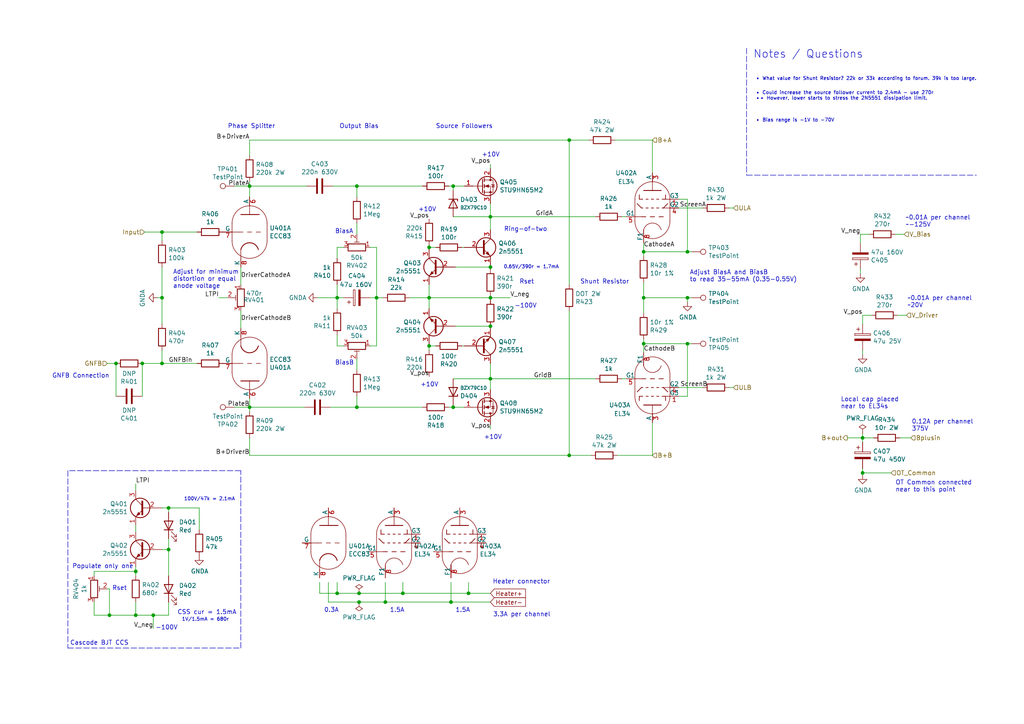
<source format=kicad_sch>
(kicad_sch (version 20211123) (generator eeschema)
  (paper "A4")
  (title_block (title "Baby Huey - \"Engineer's Version\" - Channel"))
  (lib_symbols
    (symbol "BabyHuey_TC:EL34" (pin_names (offset 0))
      (property "Reference" "U" (at 5.08 8.89 0))
      (property "Value" "EL34" (at 6.35 -7.62 0))
      (symbol "EL34_0_1"
        (arc (start -5.08 -2.54) (mid 0 -7.62) (end 5.08 -2.54))
        (polyline (pts (xy -5.08 3.81) (xy -5.08 -2.54) (xy -5.08 -2.54)))
        (polyline (pts (xy 5.08 3.81) (xy 5.08 -2.54) (xy 5.08 -2.54)))
        (arc (start 5.08 3.81) (mid 0 8.89) (end -5.08 3.81))
      )
      (symbol "EL34_1_0"
        (polyline (pts (xy -2.54 -5.08) (xy -2.54 -7.62)))
      )
      (symbol "EL34_1_1"
        (polyline (pts (xy -5.08 -1.27) (xy -3.175 -1.27)))
        (polyline (pts (xy -4.445 2.54) (xy -3.175 1.27)) (stroke (width 0.2032)))
        (polyline (pts (xy -3.81 3.81) (xy -2.794 3.81)) (stroke (width 0.2032)))
        (polyline (pts (xy -3.81 5.08) (xy -3.81 3.81)) (stroke (width 0.2032)))
        (polyline (pts (xy -3.175 1.27) (xy -2.794 1.27)) (stroke (width 0.2032)))
        (polyline (pts (xy -1.905 -1.27) (xy -3.175 -1.27)) (stroke (width 0.2032)))
        (polyline (pts (xy -1.8542 1.27) (xy -1.2192 1.27)) (stroke (width 0.2032)))
        (polyline (pts (xy -1.8542 3.81) (xy -1.2192 3.81)) (stroke (width 0.2032)))
        (polyline (pts (xy -0.635 -1.27) (xy 0.635 -1.27)) (stroke (width 0.2032)))
        (polyline (pts (xy -0.3302 1.27) (xy 0.3302 1.27)) (stroke (width 0.2032)))
        (polyline (pts (xy -0.3302 3.81) (xy 0.3302 3.81)) (stroke (width 0.2032)))
        (polyline (pts (xy 0 6.35) (xy 0 8.89)))
        (polyline (pts (xy 1.2192 1.27) (xy 1.8542 1.27)) (stroke (width 0.2032)))
        (polyline (pts (xy 1.2192 3.81) (xy 1.8542 3.81)) (stroke (width 0.2032)))
        (polyline (pts (xy 1.905 -1.27) (xy 3.175 -1.27)) (stroke (width 0.2032)))
        (polyline (pts (xy 2.794 1.27) (xy 3.175 1.27)) (stroke (width 0.2032)))
        (polyline (pts (xy 3.175 1.27) (xy 5.08 1.27)))
        (polyline (pts (xy 3.81 3.81) (xy 2.794 3.81)) (stroke (width 0.2032)))
        (polyline (pts (xy 3.81 5.08) (xy 3.81 3.81)) (stroke (width 0.2032)))
        (polyline (pts (xy 3.8862 3.81) (xy 5.08 3.81)))
        (polyline (pts (xy 4.445 2.54) (xy 3.175 1.27)) (stroke (width 0.2032)))
        (polyline (pts (xy -2.54 6.35) (xy 2.54 6.35) (xy 2.54 6.35) (xy 2.54 6.35)) (stroke (width 0.254)))
        (arc (start 2.54 -5.08) (mid 0 -3.0968) (end -2.54 -5.08))
        (pin input line (at 7.62 3.81 180) (length 2.54) (name "G3") (number "1"))
        (pin output line (at 0 11.43 270) (length 2.54) (name "A") (number "3"))
        (pin input line (at 7.62 1.27 180) (length 2.54) (name "G2") (number "4"))
        (pin input line (at -7.62 -1.27 0) (length 2.54) (name "G1") (number "5"))
        (pin no_connect line (at 7.62 -3.81 180) (length 2.54) hide (name "NC") (number "6"))
        (pin power_in line (at -2.54 -8.89 90) (length 3.81) (name "F1") (number "8"))
      )
      (symbol "EL34_2_1"
        (polyline (pts (xy -2.54 -6.35) (xy -2.54 -5.08) (xy -2.54 -5.08)))
        (polyline (pts (xy 2.54 -6.35) (xy 2.54 -5.08) (xy 2.54 -5.08)))
        (arc (start 2.54 -5.08) (mid 0 -4.0279) (end -2.54 -5.08))
        (pin power_in line (at -2.54 -10.16 90) (length 3.81) (name "F1") (number "2"))
        (pin power_in line (at 2.54 -10.16 90) (length 3.81) (name "F2") (number "7"))
      )
    )
    (symbol "Connector:TestPoint" (pin_numbers hide) (pin_names (offset 0.762) hide)
      (property "Reference" "TP" (at 0 6.858 0))
      (property "Value" "TestPoint" (at 0 5.08 0))
      (symbol "TestPoint_0_1"
        (circle (center 0 3.302) (radius 0.762))
      )
      (symbol "TestPoint_1_1"
        (pin passive line (at 0 0 90) (length 2.54) (name "1") (number "1"))
      )
    )
    (symbol "Device:C" (pin_numbers hide) (pin_names (offset 0.254))
      (property "Reference" "C" (at 0.635 2.54 0))
      (property "Value" "C" (at 0.635 -2.54 0))
      (symbol "C_0_1"
        (polyline (pts (xy -2.032 -0.762) (xy 2.032 -0.762)) (stroke (width 0.508)))
        (polyline (pts (xy -2.032 0.762) (xy 2.032 0.762)) (stroke (width 0.508)))
      )
      (symbol "C_1_1"
        (pin passive line (at 0 3.81 270) (length 2.794) (name "~") (number "1"))
        (pin passive line (at 0 -3.81 90) (length 2.794) (name "~") (number "2"))
      )
    )
    (symbol "Device:C_Polarized" (pin_numbers hide) (pin_names (offset 0.254))
      (property "Reference" "C" (at 0.635 2.54 0))
      (property "Value" "C_Polarized" (at 0.635 -2.54 0))
      (symbol "C_Polarized_0_1"
        (rectangle (start -2.286 0.508) (end 2.286 1.016))
        (polyline (pts (xy -1.778 2.286) (xy -0.762 2.286)))
        (polyline (pts (xy -1.27 2.794) (xy -1.27 1.778)))
        (rectangle (start 2.286 -0.508) (end -2.286 -1.016) (fill (type outline)))
      )
      (symbol "C_Polarized_1_1"
        (pin passive line (at 0 3.81 270) (length 2.794) (name "~") (number "1"))
        (pin passive line (at 0 -3.81 90) (length 2.794) (name "~") (number "2"))
      )
    )
    (symbol "Device:D_Zener" (pin_numbers hide) (pin_names (offset 1.016) hide)
      (property "Reference" "D" (at 0 2.54 0))
      (property "Value" "D_Zener" (at 0 -2.54 0))
      (symbol "D_Zener_0_1"
        (polyline (pts (xy 1.27 0) (xy -1.27 0)))
        (polyline (pts (xy -1.27 -1.27) (xy -1.27 1.27) (xy -0.762 1.27)) (stroke (width 0.254)))
        (polyline (pts (xy 1.27 -1.27) (xy 1.27 1.27) (xy -1.27 0) (xy 1.27 -1.27)) (stroke (width 0.254)))
      )
      (symbol "D_Zener_1_1"
        (pin passive line (at -3.81 0 0) (length 2.54) (name "K") (number "1"))
        (pin passive line (at 3.81 0 180) (length 2.54) (name "A") (number "2"))
      )
    )
    (symbol "Device:LED" (pin_numbers hide) (pin_names (offset 1.016) hide)
      (property "Reference" "D" (at 0 2.54 0))
      (property "Value" "LED" (at 0 -2.54 0))
      (symbol "LED_0_1"
        (polyline (pts (xy -1.27 -1.27) (xy -1.27 1.27)) (stroke (width 0.254)))
        (polyline (pts (xy -1.27 0) (xy 1.27 0)))
        (polyline (pts (xy 1.27 -1.27) (xy 1.27 1.27) (xy -1.27 0) (xy 1.27 -1.27)) (stroke (width 0.254)))
        (polyline (pts (xy -3.048 -0.762) (xy -4.572 -2.286) (xy -3.81 -2.286) (xy -4.572 -2.286) (xy -4.572 -1.524)))
        (polyline (pts (xy -1.778 -0.762) (xy -3.302 -2.286) (xy -2.54 -2.286) (xy -3.302 -2.286) (xy -3.302 -1.524)))
      )
      (symbol "LED_1_1"
        (pin passive line (at -3.81 0 0) (length 2.54) (name "K") (number "1"))
        (pin passive line (at 3.81 0 180) (length 2.54) (name "A") (number "2"))
      )
    )
    (symbol "Device:Q_NMOS_GDS" (pin_names (offset 0) hide)
      (property "Reference" "Q" (at 5.08 1.27 0))
      (property "Value" "Q_NMOS_GDS" (at 5.08 -1.27 0))
      (symbol "Q_NMOS_GDS_0_1"
        (polyline (pts (xy 0.254 0) (xy -2.54 0)))
        (polyline (pts (xy 0.254 1.905) (xy 0.254 -1.905)) (stroke (width 0.254)))
        (polyline (pts (xy 0.762 -1.27) (xy 0.762 -2.286)) (stroke (width 0.254)))
        (polyline (pts (xy 0.762 0.508) (xy 0.762 -0.508)) (stroke (width 0.254)))
        (polyline (pts (xy 0.762 2.286) (xy 0.762 1.27)) (stroke (width 0.254)))
        (polyline (pts (xy 2.54 2.54) (xy 2.54 1.778)))
        (polyline (pts (xy 2.54 -2.54) (xy 2.54 0) (xy 0.762 0)))
        (polyline (pts (xy 0.762 -1.778) (xy 3.302 -1.778) (xy 3.302 1.778) (xy 0.762 1.778)))
        (polyline (pts (xy 1.016 0) (xy 2.032 0.381) (xy 2.032 -0.381) (xy 1.016 0)) (fill (type outline)))
        (polyline (pts (xy 2.794 0.508) (xy 2.921 0.381) (xy 3.683 0.381) (xy 3.81 0.254)))
        (polyline (pts (xy 3.302 0.381) (xy 2.921 -0.254) (xy 3.683 -0.254) (xy 3.302 0.381)))
        (circle (center 1.651 0) (radius 2.794) (stroke (width 0.254)))
        (circle (center 2.54 -1.778) (radius 0.254) (fill (type outline)))
        (circle (center 2.54 1.778) (radius 0.254) (fill (type outline)))
      )
      (symbol "Q_NMOS_GDS_1_1"
        (pin input line (at -5.08 0 0) (length 2.54) (name "G") (number "1"))
        (pin passive line (at 2.54 5.08 270) (length 2.54) (name "D") (number "2"))
        (pin passive line (at 2.54 -5.08 90) (length 2.54) (name "S") (number "3"))
      )
    )
    (symbol "Device:Q_NPN_EBC" (pin_names (offset 0) hide)
      (property "Reference" "Q" (at 5.08 1.27 0))
      (property "Value" "Q_NPN_EBC" (at 5.08 -1.27 0))
      (symbol "Q_NPN_EBC_0_1"
        (polyline (pts (xy 0.635 0.635) (xy 2.54 2.54)))
        (polyline (pts (xy 0.635 -0.635) (xy 2.54 -2.54) (xy 2.54 -2.54)))
        (polyline (pts (xy 0.635 1.905) (xy 0.635 -1.905) (xy 0.635 -1.905)) (stroke (width 0.508)))
        (polyline (pts (xy 1.27 -1.778) (xy 1.778 -1.27) (xy 2.286 -2.286) (xy 1.27 -1.778) (xy 1.27 -1.778)) (fill (type outline)))
        (circle (center 1.27 0) (radius 2.8194) (stroke (width 0.254)))
      )
      (symbol "Q_NPN_EBC_1_1"
        (pin passive line (at 2.54 -5.08 90) (length 2.54) (name "E") (number "1"))
        (pin passive line (at -5.08 0 0) (length 5.715) (name "B") (number "2"))
        (pin passive line (at 2.54 5.08 270) (length 2.54) (name "C") (number "3"))
      )
    )
    (symbol "Device:R" (pin_numbers hide) (pin_names (offset 0))
      (property "Reference" "R" (at 2.032 0 90))
      (property "Value" "R" (at 0 0 90))
      (symbol "R_0_1"
        (rectangle (start -1.016 -2.54) (end 1.016 2.54) (stroke (width 0.254)))
      )
      (symbol "R_1_1"
        (pin passive line (at 0 3.81 270) (length 1.27) (name "~") (number "1"))
        (pin passive line (at 0 -3.81 90) (length 1.27) (name "~") (number "2"))
      )
    )
    (symbol "Device:R_Potentiometer_Trim" (pin_names (offset 1.016) hide)
      (property "Reference" "RV" (at -4.445 0 90))
      (property "Value" "R_Potentiometer_Trim" (at -2.54 0 90))
      (symbol "R_Potentiometer_Trim_0_1"
        (polyline (pts (xy 1.524 0.762) (xy 1.524 -0.762)))
        (polyline (pts (xy 2.54 0) (xy 1.524 0)))
        (rectangle (start 1.016 2.54) (end -1.016 -2.54) (stroke (width 0.254)))
      )
      (symbol "R_Potentiometer_Trim_1_1"
        (pin passive line (at 0 3.81 270) (length 1.27) (name "1") (number "1"))
        (pin passive line (at 3.81 0 180) (length 1.27) (name "2") (number "2"))
        (pin passive line (at 0 -3.81 90) (length 1.27) (name "3") (number "3"))
      )
    )
    (symbol "Valve:ECC83" (pin_names (offset 0))
      (property "Reference" "U" (at 3.302 7.874 0))
      (property "Value" "ECC83" (at 8.89 -7.62 0))
      (symbol "ECC83_0_1"
        (arc (start -5.08 -2.54) (mid 0 -7.62) (end 5.08 -2.54))
        (polyline (pts (xy 5.08 2.54) (xy 5.08 -2.54)))
        (polyline (pts (xy -5.08 2.54) (xy -5.08 -2.54) (xy -5.08 -2.54)))
        (arc (start 5.08 2.54) (mid 0 7.62) (end -5.08 2.54))
      )
      (symbol "ECC83_1_0"
        (polyline (pts (xy -2.54 -5.08) (xy -2.54 -7.62)))
        (polyline (pts (xy 0 5.08) (xy 0 7.62)))
      )
      (symbol "ECC83_1_1"
        (polyline (pts (xy -5.08 0) (xy -3.175 0)))
        (polyline (pts (xy -1.905 0) (xy -3.175 0)) (stroke (width 0.1524)))
        (polyline (pts (xy -0.635 0) (xy 0.635 0)) (stroke (width 0.1524)))
        (polyline (pts (xy 1.905 0) (xy 3.175 0)) (stroke (width 0.1524)))
        (polyline (pts (xy -2.54 5.08) (xy 2.794 5.08) (xy 2.794 5.08)) (stroke (width 0.254)))
        (arc (start 2.54 -5.08) (mid 0 -3.0968) (end -2.54 -5.08) (stroke (width 0.254)))
        (pin output line (at 0 10.16 270) (length 2.54) (name "A") (number "6"))
        (pin input line (at -7.62 0 0) (length 2.54) (name "G") (number "7"))
        (pin bidirectional line (at -2.54 -10.16 90) (length 2.54) (name "K") (number "8"))
      )
      (symbol "ECC83_2_0"
        (polyline (pts (xy -2.54 -5.08) (xy -2.54 -7.62)))
        (polyline (pts (xy 0 5.08) (xy 0 7.62)))
      )
      (symbol "ECC83_2_1"
        (polyline (pts (xy -5.08 0) (xy -3.175 0)))
        (polyline (pts (xy -1.905 0) (xy -3.175 0)) (stroke (width 0.1524)))
        (polyline (pts (xy -0.635 0) (xy 0.635 0)) (stroke (width 0.1524)))
        (polyline (pts (xy 1.905 0) (xy 3.175 0)) (stroke (width 0.1524)))
        (polyline (pts (xy -2.54 5.08) (xy 2.794 5.08) (xy 2.794 5.08)) (stroke (width 0.254)))
        (arc (start 2.54 -5.08) (mid 0 -3.0968) (end -2.54 -5.08) (stroke (width 0.254)))
        (pin output line (at 0 10.16 270) (length 2.54) (name "A") (number "1"))
        (pin input line (at -7.62 0 0) (length 2.54) (name "G") (number "2"))
        (pin bidirectional line (at -2.54 -10.16 90) (length 2.54) (name "K") (number "3"))
      )
      (symbol "ECC83_3_1"
        (arc (start 0 -6.35) (mid -1.27 -5.5651) (end -2.54 -6.35))
        (arc (start 2.54 -6.35) (mid 1.27 -5.5651) (end 0 -6.35))
        (pin power_in line (at -2.54 -11.43 90) (length 5.08) (name "F1") (number "4"))
        (pin power_in line (at 2.54 -11.43 90) (length 5.08) (name "F1") (number "5"))
        (pin power_in line (at 0 -11.43 90) (length 5.08) (name "F2") (number "9"))
      )
    )
    (symbol "power:GNDA" (power) (pin_names (offset 0))
      (property "Value" "GNDA" (at 0 -3.81 0))
      (symbol "GNDA_0_1"
        (polyline (pts (xy 0 0) (xy 0 -1.27) (xy 1.27 -1.27) (xy 0 -2.54) (xy -1.27 -1.27) (xy 0 -1.27)))
      )
      (symbol "GNDA_1_1"
        (pin power_in line (at 0 0 270) (length 0) hide (name "GNDA") (number "1"))
      )
    )
    (symbol "power:PWR_FLAG" (power) (pin_numbers hide) (pin_names (offset 0) hide)
      (property "Value" "PWR_FLAG" (at 0 3.81 0))
      (symbol "PWR_FLAG_0_0"
        (pin power_out line (at 0 0 90) (length 0) (name "pwr") (number "1"))
      )
      (symbol "PWR_FLAG_0_1"
        (polyline (pts (xy 0 0) (xy 0 1.27) (xy -1.016 1.905) (xy 0 2.54) (xy 1.016 1.905) (xy 0 1.27)))
      )
    )
  )
  (junction (at 199.39 99.695))
  (junction (at 124.46 100.33))
  (junction (at 165.1 132.08))
  (junction (at 250.19 127))
  (junction (at 31.75 178.435))
  (junction (at 250.19 137.16))
  (junction (at 142.24 109.855))
  (junction (at 41.275 105.41))
  (junction (at 165.1 40.64))
  (junction (at 199.39 86.36))
  (junction (at 104.14 172.085))
  (junction (at 131.445 53.975))
  (junction (at 48.895 159.385))
  (junction (at 103.505 53.975))
  (junction (at 46.99 67.31))
  (junction (at 103.505 118.11))
  (junction (at 39.37 165.735))
  (junction (at 111.76 174.625))
  (junction (at 33.655 105.41))
  (junction (at 44.45 178.435))
  (junction (at 46.99 105.41))
  (junction (at 109.22 86.36))
  (junction (at 116.84 172.085))
  (junction (at 199.39 73.025))
  (junction (at 135.89 172.085))
  (junction (at 72.39 118.11))
  (junction (at 104.14 174.625))
  (junction (at 142.24 86.36))
  (junction (at 124.46 71.755))
  (junction (at 186.69 99.695))
  (junction (at 97.79 86.36))
  (junction (at 124.46 86.36))
  (junction (at 142.24 94.615))
  (junction (at 186.69 86.36))
  (junction (at 97.79 172.085))
  (junction (at 142.24 77.47))
  (junction (at 72.39 53.975))
  (junction (at 130.81 174.625))
  (junction (at 39.37 178.435))
  (junction (at 131.445 118.11))
  (junction (at 48.895 147.32))
  (junction (at 46.99 86.36))
  (junction (at 186.69 73.025))
  (junction (at 142.24 62.865))
  (wire (pts (xy 212.725 60.325) (xy 211.455 60.325)))
  (wire (pts (xy 103.505 114.935) (xy 103.505 118.11)))
  (wire (pts (xy 131.445 53.975) (xy 131.445 55.245)))
  (wire (pts (xy 130.175 53.975) (xy 131.445 53.975)))
  (wire (pts (xy 109.22 71.755) (xy 109.22 86.36)))
  (wire (pts (xy 72.39 57.15) (xy 72.39 53.975)))
  (wire (pts (xy 46.99 86.36) (xy 46.99 93.98)))
  (wire (pts (xy 250.19 128.27) (xy 250.19 127)))
  (wire (pts (xy 186.69 81.915) (xy 186.69 86.36)))
  (wire (pts (xy 200.66 86.36) (xy 199.39 86.36)))
  (wire (pts (xy 132.08 77.47) (xy 142.24 77.47)))
  (wire (pts (xy 124.46 100.33) (xy 124.46 99.695)))
  (wire (pts (xy 165.1 82.55) (xy 165.1 40.64)))
  (wire (pts (xy 111.76 174.625) (xy 111.76 168.91)))
  (wire (pts (xy 142.24 174.625) (xy 130.81 174.625)))
  (wire (pts (xy 200.66 99.695) (xy 199.39 99.695)))
  (wire (pts (xy 249.555 70.485) (xy 249.555 67.945)))
  (wire (pts (xy 109.22 86.36) (xy 109.22 100.33)))
  (wire (pts (xy 39.37 165.735) (xy 39.37 167.005)))
  (wire (pts (xy 97.79 172.085) (xy 97.79 168.91)))
  (wire (pts (xy 72.39 119.38) (xy 72.39 118.11)))
  (polyline (pts (xy 69.85 187.96) (xy 69.85 136.525)))
  (wire (pts (xy 46.99 67.31) (xy 46.99 69.85)))
  (wire (pts (xy 142.24 62.865) (xy 142.24 66.675)))
  (wire (pts (xy 122.555 53.975) (xy 103.505 53.975)))
  (wire (pts (xy 97.79 172.085) (xy 92.71 172.085)))
  (wire (pts (xy 250.19 93.98) (xy 250.19 91.44)))
  (wire (pts (xy 31.115 170.815) (xy 31.75 170.815)))
  (wire (pts (xy 249.555 79.375) (xy 249.555 78.105)))
  (wire (pts (xy 48.895 156.21) (xy 48.895 159.385)))
  (wire (pts (xy 196.85 60.325) (xy 203.835 60.325)))
  (wire (pts (xy 264.16 127) (xy 260.985 127)))
  (wire (pts (xy 142.24 95.25) (xy 142.24 94.615)))
  (wire (pts (xy 186.69 86.36) (xy 199.39 86.36)))
  (polyline (pts (xy 19.685 136.525) (xy 19.685 187.96)))
  (wire (pts (xy 103.505 57.15) (xy 103.505 53.975)))
  (wire (pts (xy 92.71 172.085) (xy 92.71 168.91)))
  (wire (pts (xy 199.39 57.785) (xy 199.39 73.025)))
  (wire (pts (xy 186.69 70.485) (xy 186.69 73.025)))
  (wire (pts (xy 72.39 132.08) (xy 72.39 127)))
  (polyline (pts (xy 216.535 13.97) (xy 216.535 50.8)))
  (wire (pts (xy 103.505 53.975) (xy 96.52 53.975)))
  (wire (pts (xy 46.99 77.47) (xy 46.99 86.36)))
  (wire (pts (xy 172.72 62.865) (xy 142.24 62.865)))
  (wire (pts (xy 72.39 118.11) (xy 67.945 118.11)))
  (wire (pts (xy 180.34 62.865) (xy 181.61 62.865)))
  (wire (pts (xy 250.19 127) (xy 245.745 127)))
  (wire (pts (xy 103.505 107.315) (xy 103.505 104.14)))
  (wire (pts (xy 124.46 86.36) (xy 142.24 86.36)))
  (wire (pts (xy 67.945 53.975) (xy 72.39 53.975)))
  (wire (pts (xy 48.895 147.32) (xy 57.785 147.32)))
  (wire (pts (xy 39.37 174.625) (xy 39.37 178.435)))
  (wire (pts (xy 131.445 118.11) (xy 134.62 118.11)))
  (wire (pts (xy 142.24 59.055) (xy 142.24 62.865)))
  (polyline (pts (xy 19.685 187.96) (xy 69.85 187.96)))
  (wire (pts (xy 130.81 174.625) (xy 111.76 174.625)))
  (wire (pts (xy 130.81 174.625) (xy 130.81 168.91)))
  (wire (pts (xy 39.37 140.335) (xy 39.37 142.24)))
  (wire (pts (xy 95.25 174.625) (xy 104.14 174.625)))
  (wire (pts (xy 124.46 71.12) (xy 124.46 71.755)))
  (wire (pts (xy 124.46 86.36) (xy 118.745 86.36)))
  (wire (pts (xy 131.445 109.855) (xy 142.24 109.855)))
  (wire (pts (xy 142.24 76.835) (xy 142.24 77.47)))
  (wire (pts (xy 126.365 71.755) (xy 124.46 71.755)))
  (wire (pts (xy 104.14 172.085) (xy 97.79 172.085)))
  (wire (pts (xy 41.275 105.41) (xy 46.99 105.41)))
  (wire (pts (xy 31.75 170.815) (xy 31.75 178.435)))
  (wire (pts (xy 48.895 147.32) (xy 48.895 148.59)))
  (wire (pts (xy 186.69 74.295) (xy 186.69 73.025)))
  (wire (pts (xy 57.785 147.32) (xy 57.785 153.67)))
  (wire (pts (xy 66.04 86.36) (xy 63.5 86.36)))
  (wire (pts (xy 196.85 114.935) (xy 199.39 114.935)))
  (wire (pts (xy 44.45 182.245) (xy 44.45 178.435)))
  (wire (pts (xy 165.1 132.08) (xy 171.45 132.08)))
  (wire (pts (xy 142.24 47.625) (xy 142.24 48.895)))
  (wire (pts (xy 27.305 178.435) (xy 31.75 178.435)))
  (wire (pts (xy 134.62 53.975) (xy 131.445 53.975)))
  (wire (pts (xy 133.985 100.33) (xy 134.62 100.33)))
  (wire (pts (xy 250.19 127) (xy 250.19 125.73)))
  (wire (pts (xy 199.39 87.63) (xy 199.39 86.36)))
  (wire (pts (xy 260.35 91.44) (xy 262.89 91.44)))
  (wire (pts (xy 199.39 99.695) (xy 186.69 99.695)))
  (wire (pts (xy 69.85 90.17) (xy 69.85 95.25)))
  (wire (pts (xy 130.175 118.11) (xy 131.445 118.11)))
  (wire (pts (xy 165.1 132.08) (xy 72.39 132.08)))
  (wire (pts (xy 135.89 172.085) (xy 116.84 172.085)))
  (wire (pts (xy 46.99 105.41) (xy 46.99 101.6)))
  (wire (pts (xy 116.84 172.085) (xy 116.84 168.91)))
  (wire (pts (xy 116.84 172.085) (xy 104.14 172.085)))
  (wire (pts (xy 131.445 117.475) (xy 131.445 118.11)))
  (wire (pts (xy 186.69 98.425) (xy 186.69 99.695)))
  (wire (pts (xy 186.69 99.695) (xy 186.69 102.235)))
  (wire (pts (xy 45.72 86.36) (xy 46.99 86.36)))
  (wire (pts (xy 259.715 67.945) (xy 262.255 67.945)))
  (wire (pts (xy 95.885 118.11) (xy 103.505 118.11)))
  (wire (pts (xy 250.19 91.44) (xy 252.73 91.44)))
  (wire (pts (xy 142.24 86.995) (xy 142.24 86.36)))
  (wire (pts (xy 95.25 168.91) (xy 95.25 174.625)))
  (wire (pts (xy 97.79 97.155) (xy 97.79 100.33)))
  (wire (pts (xy 33.655 105.41) (xy 33.655 114.935)))
  (wire (pts (xy 39.37 152.4) (xy 39.37 154.305)))
  (wire (pts (xy 69.85 77.47) (xy 69.85 82.55)))
  (wire (pts (xy 133.985 71.755) (xy 134.62 71.755)))
  (wire (pts (xy 142.24 123.19) (xy 142.24 124.46)))
  (wire (pts (xy 97.79 82.55) (xy 97.79 86.36)))
  (wire (pts (xy 109.22 100.33) (xy 107.315 100.33)))
  (wire (pts (xy 199.39 73.025) (xy 200.66 73.025)))
  (polyline (pts (xy 216.535 50.8) (xy 283.21 50.8)))
  (wire (pts (xy 211.455 112.395) (xy 212.725 112.395)))
  (wire (pts (xy 31.75 178.435) (xy 39.37 178.435)))
  (wire (pts (xy 250.19 102.87) (xy 250.19 101.6)))
  (wire (pts (xy 27.305 174.625) (xy 27.305 178.435)))
  (wire (pts (xy 72.39 53.975) (xy 72.39 52.705)))
  (wire (pts (xy 199.39 114.935) (xy 199.39 99.695)))
  (wire (pts (xy 126.365 100.33) (xy 124.46 100.33)))
  (wire (pts (xy 46.99 105.41) (xy 57.15 105.41)))
  (wire (pts (xy 165.1 40.64) (xy 72.39 40.64)))
  (wire (pts (xy 142.24 86.36) (xy 147.955 86.36)))
  (wire (pts (xy 48.895 174.625) (xy 48.895 178.435)))
  (wire (pts (xy 99.695 71.755) (xy 97.79 71.755)))
  (wire (pts (xy 97.79 100.33) (xy 99.695 100.33)))
  (wire (pts (xy 170.815 40.64) (xy 165.1 40.64)))
  (wire (pts (xy 72.39 53.975) (xy 88.9 53.975)))
  (wire (pts (xy 99.695 86.36) (xy 97.79 86.36)))
  (wire (pts (xy 142.24 172.085) (xy 135.89 172.085)))
  (wire (pts (xy 124.46 101.6) (xy 124.46 100.33)))
  (wire (pts (xy 48.895 167.005) (xy 48.895 159.385)))
  (wire (pts (xy 131.445 62.865) (xy 142.24 62.865)))
  (wire (pts (xy 103.505 64.77) (xy 103.505 67.945)))
  (wire (pts (xy 109.22 86.36) (xy 107.315 86.36)))
  (wire (pts (xy 39.37 165.735) (xy 27.305 165.735)))
  (wire (pts (xy 39.37 164.465) (xy 39.37 165.735)))
  (wire (pts (xy 250.19 137.16) (xy 250.19 137.795)))
  (wire (pts (xy 46.99 147.32) (xy 48.895 147.32)))
  (wire (pts (xy 142.24 85.725) (xy 142.24 86.36)))
  (wire (pts (xy 142.24 113.03) (xy 142.24 109.855)))
  (wire (pts (xy 57.15 67.31) (xy 46.99 67.31)))
  (wire (pts (xy 250.19 137.16) (xy 258.445 137.16)))
  (wire (pts (xy 186.69 73.025) (xy 199.39 73.025)))
  (wire (pts (xy 48.895 159.385) (xy 46.99 159.385)))
  (wire (pts (xy 196.85 57.785) (xy 199.39 57.785)))
  (wire (pts (xy 180.34 109.855) (xy 181.61 109.855)))
  (wire (pts (xy 186.69 86.36) (xy 186.69 90.805)))
  (wire (pts (xy 103.505 118.11) (xy 122.555 118.11)))
  (wire (pts (xy 88.265 118.11) (xy 72.39 118.11)))
  (wire (pts (xy 178.435 40.64) (xy 189.23 40.64)))
  (wire (pts (xy 142.24 77.47) (xy 142.24 78.105)))
  (wire (pts (xy 72.39 40.64) (xy 72.39 45.085)))
  (wire (pts (xy 124.46 89.535) (xy 124.46 86.36)))
  (wire (pts (xy 72.39 118.11) (xy 72.39 115.57)))
  (wire (pts (xy 39.37 178.435) (xy 44.45 178.435)))
  (wire (pts (xy 97.79 86.36) (xy 92.075 86.36)))
  (polyline (pts (xy 69.85 136.525) (xy 19.685 136.525)))
  (wire (pts (xy 41.91 67.31) (xy 46.99 67.31)))
  (wire (pts (xy 142.24 105.41) (xy 142.24 109.855)))
  (wire (pts (xy 44.45 178.435) (xy 48.895 178.435)))
  (wire (pts (xy 249.555 67.945) (xy 252.095 67.945)))
  (wire (pts (xy 250.19 135.89) (xy 250.19 137.16)))
  (wire (pts (xy 165.1 90.17) (xy 165.1 132.08)))
  (wire (pts (xy 97.79 71.755) (xy 97.79 74.93)))
  (wire (pts (xy 41.275 114.935) (xy 41.275 105.41)))
  (wire (pts (xy 104.14 174.625) (xy 111.76 174.625)))
  (wire (pts (xy 97.79 86.36) (xy 97.79 89.535)))
  (wire (pts (xy 111.125 86.36) (xy 109.22 86.36)))
  (wire (pts (xy 189.23 50.165) (xy 189.23 40.64)))
  (wire (pts (xy 124.46 71.755) (xy 124.46 72.39)))
  (wire (pts (xy 132.08 94.615) (xy 142.24 94.615)))
  (wire (pts (xy 189.23 122.555) (xy 189.23 132.08)))
  (wire (pts (xy 124.46 82.55) (xy 124.46 86.36)))
  (wire (pts (xy 196.85 112.395) (xy 203.835 112.395)))
  (wire (pts (xy 250.19 127) (xy 253.365 127)))
  (wire (pts (xy 179.07 132.08) (xy 189.23 132.08)))
  (wire (pts (xy 135.89 172.085) (xy 135.89 168.91)))
  (wire (pts (xy 27.305 165.735) (xy 27.305 167.005)))
  (wire (pts (xy 107.315 71.755) (xy 109.22 71.755)))
  (wire (pts (xy 172.72 109.855) (xy 142.24 109.855)))
  (wire (pts (xy 31.115 105.41) (xy 33.655 105.41)))
  (text "Local cap placed\nnear to EL34s" (at 243.84 118.745 0) (effects (font (size 1.27 1.27)) (justify left bottom)))
  (text "Source Followers" (at 126.365 37.465 0) (effects (font (size 1.27 1.27)) (justify left bottom)))
  (text "1.5A" (at 113.03 177.8 0) (effects (font (size 1.27 1.27)) (justify left bottom)))
  (text "1V/1.5mA = 680r" (at 52.705 180.34 0) (effects (font (size 0.9906 0.9906)) (justify left bottom)))
  (text "OT Common connected\nnear to this point" (at 259.715 142.875 0) (effects (font (size 1.27 1.27)) (justify left bottom)))
  (text "Output Bias" (at 98.425 37.465 0) (effects (font (size 1.27 1.27)) (justify left bottom)))
  (text "• Could increase the source follower current to 2.4mA - use 270r\n•• However, lower starts to stress the 2N5551 dissipation limit." (at 219.075 29.21 0) (effects (font (size 0.9906 0.9906)) (justify left bottom)))
  (text "BiasA" (at 97.155 67.945 0) (effects (font (size 1.27 1.27)) (justify left bottom)))
  (text "Phase Splitter" (at 66.04 37.465 0) (effects (font (size 1.27 1.27)) (justify left bottom)))
  (text "Populate only one" (at 38.735 165.1 180) (effects (font (size 1.27 1.27)) (justify right bottom)))
  (text "Cascode BJT CCS" (at 20.32 187.325 0) (effects (font (size 1.27 1.27)) (justify left bottom)))
  (text "BiasB" (at 97.155 106.045 0) (effects (font (size 1.27 1.27)) (justify left bottom)))
  (text "0.3A" (at 93.98 177.8 0) (effects (font (size 1.27 1.27)) (justify left bottom)))
  (text "• What value for Shunt Resistor? 22k or 33k according to forum. 39k is too large." (at 219.075 23.495 0) (effects (font (size 0.9906 0.9906)) (justify left bottom)))
  (text "-100V" (at 149.225 89.535 0) (effects (font (size 1.27 1.27)) (justify left bottom)))
  (text "+10V" (at 121.92 112.395 0) (effects (font (size 1.27 1.27)) (justify left bottom)))
  (text "~0.01A per channel\n~-125V" (at 262.636 66.04 0) (effects (font (size 1.27 1.27)) (justify left bottom)))
  (text "Adjust for minimum\ndistortion or equal\nanode voltage" (at 50.165 83.82 0) (effects (font (size 1.27 1.27)) (justify left bottom)))
  (text "0.12A per channel\n375V" (at 264.414 125.222 0) (effects (font (size 1.27 1.27)) (justify left bottom)))
  (text "GNFB Connection" (at 31.75 109.855 180) (effects (font (size 1.27 1.27)) (justify right bottom)))
  (text "1.5A" (at 132.08 177.8 0) (effects (font (size 1.27 1.27)) (justify left bottom)))
  (text "100V/47k = 2.1mA" (at 53.34 145.415 0) (effects (font (size 0.9906 0.9906)) (justify left bottom)))
  (text "3.3A per channel" (at 143.002 179.07 0) (effects (font (size 1.27 1.27)) (justify left bottom)))
  (text "CSS cur = 1.5mA" (at 51.435 178.435 0) (effects (font (size 1.27 1.27)) (justify left bottom)))
  (text "Notes / Questions" (at 218.44 17.145 0) (effects (font (size 2.2606 2.2606)) (justify left bottom)))
  (text "Adjust BiasA and BiasB\nto read 35-55mA (0.35-0.55V)" (at 200.025 81.915 0) (effects (font (size 1.27 1.27)) (justify left bottom)))
  (text "• Bias range is -1V to -70V" (at 219.075 35.56 0) (effects (font (size 0.9906 0.9906)) (justify left bottom)))
  (text "0.65V/390r = 1.7mA" (at 146.05 78.105 0) (effects (font (size 0.9906 0.9906)) (justify left bottom)))
  (text "Rset" (at 36.83 171.45 180) (effects (font (size 1.27 1.27)) (justify right bottom)))
  (text "-100V" (at 45.085 182.88 0) (effects (font (size 1.27 1.27)) (justify left bottom)))
  (text "~0.01A per channel\n~20V" (at 263.144 89.408 0) (effects (font (size 1.27 1.27)) (justify left bottom)))
  (text "+10V" (at 139.7 45.72 0) (effects (font (size 1.27 1.27)) (justify left bottom)))
  (text "Shunt Resistor" (at 168.275 82.55 0) (effects (font (size 1.27 1.27)) (justify left bottom)))
  (text "+10V" (at 121.285 61.595 0) (effects (font (size 1.27 1.27)) (justify left bottom)))
  (text "+10V" (at 140.335 127.635 0) (effects (font (size 1.27 1.27)) (justify left bottom)))
  (text "Rset" (at 154.94 82.55 180) (effects (font (size 1.27 1.27)) (justify right bottom)))
  (text "Ring-of-two" (at 158.75 67.31 180) (effects (font (size 1.27 1.27)) (justify right bottom)))
  (text "Heater connector" (at 142.875 169.545 0) (effects (font (size 1.27 1.27)) (justify left bottom)))
  (label "CathodeA" (at 186.69 71.882 0))
  (label "V_neg" (at 44.45 182.245 180))
  (label "V_pos" (at 142.24 124.46 180))
  (label "PlateB" (at 72.39 118.11 180))
  (label "B+DriverA" (at 72.39 40.64 180))
  (label "V_pos" (at 124.46 109.22 180))
  (label "V_pos" (at 250.19 91.44 180))
  (label "V_pos" (at 142.24 47.625 180))
  (label "LTPI" (at 39.37 140.335 0))
  (label "GridA" (at 155.321 62.865 0))
  (label "V_neg" (at 147.955 86.36 0))
  (label "ScreenB" (at 197.3326 112.395 0))
  (label "V_pos" (at 124.46 63.5 180))
  (label "CathodeB" (at 186.69 102.108 0))
  (label "B+DriverB" (at 72.39 132.08 180))
  (label "DriverCathodeB" (at 69.85 93.218 0))
  (label "GridB" (at 154.813 109.855 0))
  (label "GNFBin" (at 48.895 105.41 0))
  (label "V_neg" (at 249.555 67.945 180))
  (label "ScreenA" (at 197.1294 60.325 0))
  (label "LTPI" (at 63.5 86.36 180))
  (label "PlateA" (at 72.39 54.102 180))
  (label "DriverCathodeA" (at 69.85 80.772 0))
  (global_label "Heater+" (shape input) (at 142.24 172.085 0) (property "Intersheet References" "${INTERSHEET_REFS}" (effects hide)))
  (global_label "Heater-" (shape input) (at 142.24 174.625 0) (property "Intersheet References" "${INTERSHEET_REFS}" (effects hide)))
  (hierarchical_label "GNFB" (shape input) (at 31.115 105.41 180))
  (hierarchical_label "B+A" (shape input) (at 189.23 40.64 0))
  (hierarchical_label "OT_Common" (shape input) (at 258.445 137.16 0))
  (hierarchical_label "V_Bias" (shape input) (at 262.255 67.945 0))
  (hierarchical_label "ULB" (shape input) (at 212.725 112.395 0))
  (hierarchical_label "Input" (shape input) (at 41.91 67.31 180))
  (hierarchical_label "V_Driver" (shape input) (at 262.89 91.44 0))
  (hierarchical_label "B+B" (shape input) (at 189.23 132.08 0))
  (hierarchical_label "Bplusin" (shape input) (at 264.16 127 0))
  (hierarchical_label "ULA" (shape input) (at 212.725 60.325 0))
  (hierarchical_label "B+out" (shape output) (at 245.745 127 180))
  (symbol (lib_id "BabyHuey_TC:EL34") (at 189.23 61.595 0)
    (property "Reference" "U402" (at 181.61 50.165 0))
    (property "Value" "EL34" (at 181.61 52.705 0))
    (property "Footprint" "TC Valves:Octal" (effects hide))
    (property "Datasheet" "http://www.r-type.org/pdfs/el34.pdf" (effects hide))
  )
  (symbol (lib_id "BabyHuey_TC:EL34") (at 114.3 158.75 0)
    (property "Reference" "U402" (at 120.0912 158.4198 0) (effects (justify left)))
    (property "Value" "EL34" (at 120.0912 160.7312 0) (effects (justify left)))
    (property "Footprint" "TC Valves:Octal" (effects hide))
    (property "Datasheet" "http://www.r-type.org/pdfs/el34.pdf" (effects hide))
  )
  (symbol (lib_id "BabyHuey_TC:EL34") (at 133.35 158.75 0)
    (property "Reference" "U403" (at 139.1412 158.4198 0) (effects (justify left)))
    (property "Value" "EL34" (at 139.1412 160.7312 0) (effects (justify left)))
    (property "Footprint" "TC Valves:Octal" (effects hide))
    (property "Datasheet" "http://www.r-type.org/pdfs/el34.pdf" (effects hide))
  )
  (symbol (lib_id "BabyHuey_TC:EL34") (at 189.23 111.125 0) (mirror x)
    (property "Reference" "U403" (at 182.88 117.475 0) (effects (justify right)))
    (property "Value" "EL34" (at 182.88 120.015 0) (effects (justify right)))
    (property "Footprint" "TC Valves:Octal" (effects hide))
    (property "Datasheet" "http://www.r-type.org/pdfs/el34.pdf" (effects hide))
  )
  (symbol (lib_id "Device:R") (at 60.96 67.31 270)
    (property "Reference" "R406" (at 60.96 62.0522 90))
    (property "Value" "1k" (at 60.96 64.3636 90))
    (property "Footprint" "Resistor_THT:R_Axial_DIN0207_L6.3mm_D2.5mm_P10.16mm_Horizontal" (effects hide))
  )
  (symbol (lib_id "Device:R") (at 46.99 73.66 180)
    (property "Reference" "R403" (at 48.768 72.4916 0) (effects (justify right)))
    (property "Value" "100k" (at 48.768 74.803 0) (effects (justify right)))
    (property "Footprint" "Resistor_THT:R_Axial_DIN0207_L6.3mm_D2.5mm_P10.16mm_Horizontal" (effects hide))
  )
  (symbol (lib_id "Device:R") (at 60.96 105.41 270)
    (property "Reference" "R407" (at 60.96 100.1522 90))
    (property "Value" "1k" (at 60.96 102.4636 90))
    (property "Footprint" "Resistor_THT:R_Axial_DIN0207_L6.3mm_D2.5mm_P10.16mm_Horizontal" (effects hide))
  )
  (symbol (lib_id "Device:R") (at 46.99 97.79 180)
    (property "Reference" "R404" (at 48.768 96.6216 0) (effects (justify right)))
    (property "Value" "470r" (at 48.768 98.933 0) (effects (justify right)))
    (property "Footprint" "Resistor_THT:R_Axial_DIN0207_L6.3mm_D2.5mm_P10.16mm_Horizontal" (effects hide))
  )
  (symbol (lib_id "Device:Q_NPN_EBC") (at 41.91 147.32 0) (mirror y)
    (property "Reference" "Q401" (at 37.084 146.1516 0) (effects (justify left)))
    (property "Value" "2n5551" (at 37.084 148.463 0) (effects (justify left)))
    (property "Footprint" "Package_TO_SOT_THT:TO-92_HandSolder" (effects hide))
  )
  (symbol (lib_id "Device:Q_NPN_EBC") (at 41.91 159.385 0) (mirror y)
    (property "Reference" "Q402" (at 37.084 158.2166 0) (effects (justify left)))
    (property "Value" "2n5551" (at 37.084 160.528 0) (effects (justify left)))
    (property "Footprint" "Package_TO_SOT_THT:TO-92_HandSolder" (effects hide))
  )
  (symbol (lib_id "Device:R") (at 57.785 157.48 0)
    (property "Reference" "R405" (at 59.563 156.3116 0) (effects (justify left)))
    (property "Value" "47k" (at 59.563 158.623 0) (effects (justify left)))
    (property "Footprint" "Resistor_THT:R_Axial_DIN0207_L6.3mm_D2.5mm_P10.16mm_Horizontal" (effects hide))
  )
  (symbol (lib_id "Device:LED") (at 48.895 170.815 90)
    (property "Reference" "D402" (at 51.8668 169.8498 90) (effects (justify right)))
    (property "Value" "Red" (at 51.8668 172.1612 90) (effects (justify right)))
    (property "Footprint" "LED_THT:LED_D3.0mm" (effects hide))
  )
  (symbol (lib_id "Device:R") (at 72.39 123.19 180)
    (property "Reference" "R409" (at 74.168 122.0216 0) (effects (justify right)))
    (property "Value" "220k 2W" (at 74.168 124.333 0) (effects (justify right)))
    (property "Footprint" "Resistor_THT:R_Axial_DIN0414_L11.9mm_D4.5mm_P15.24mm_Horizontal" (effects hide))
  )
  (symbol (lib_id "Device:R") (at 72.39 48.895 180)
    (property "Reference" "R408" (at 74.168 47.7266 0) (effects (justify right)))
    (property "Value" "220k 2W" (at 74.168 50.038 0) (effects (justify right)))
    (property "Footprint" "Resistor_THT:R_Axial_DIN0414_L11.9mm_D4.5mm_P15.24mm_Horizontal" (effects hide))
  )
  (symbol (lib_id "Device:C") (at 92.71 53.975 270)
    (property "Reference" "C403" (at 92.71 47.5742 90))
    (property "Value" "220n 630V" (at 92.71 49.8856 90))
    (property "Footprint" "Capacitor_THT:C_Rect_L26.5mm_W8.5mm_P22.50mm_MKS4" (effects hide))
  )
  (symbol (lib_id "Device:C") (at 92.075 118.11 270)
    (property "Reference" "C402" (at 92.075 111.7092 90))
    (property "Value" "220n 630V" (at 92.075 114.0206 90))
    (property "Footprint" "Capacitor_THT:C_Rect_L26.5mm_W8.5mm_P22.50mm_MKS4" (effects hide))
  )
  (symbol (lib_id "Device:R") (at 126.365 53.975 90)
    (property "Reference" "R417" (at 126.365 48.7172 90))
    (property "Value" "100r" (at 126.365 51.0286 90))
    (property "Footprint" "Resistor_THT:R_Axial_DIN0207_L6.3mm_D2.5mm_P10.16mm_Horizontal" (effects hide))
  )
  (symbol (lib_id "Device:R") (at 103.505 111.125 0)
    (property "Reference" "R413" (at 105.283 109.9566 0) (effects (justify left)))
    (property "Value" "1Meg" (at 105.283 112.268 0) (effects (justify left)))
    (property "Footprint" "Resistor_THT:R_Axial_DIN0207_L6.3mm_D2.5mm_P10.16mm_Horizontal" (effects hide))
  )
  (symbol (lib_id "Device:R") (at 126.365 118.11 90)
    (property "Reference" "R418" (at 126.365 123.3678 90))
    (property "Value" "100r" (at 126.365 121.0564 90))
    (property "Footprint" "Resistor_THT:R_Axial_DIN0207_L6.3mm_D2.5mm_P10.16mm_Horizontal" (effects hide))
  )
  (symbol (lib_id "Device:R") (at 103.505 60.96 0)
    (property "Reference" "R412" (at 105.283 59.7916 0) (effects (justify left)))
    (property "Value" "1Meg" (at 105.283 62.103 0) (effects (justify left)))
    (property "Footprint" "Resistor_THT:R_Axial_DIN0207_L6.3mm_D2.5mm_P10.16mm_Horizontal" (effects hide))
  )
  (symbol (lib_id "Device:R_Potentiometer_Trim") (at 103.505 71.755 270) (mirror x)
    (property "Reference" "RV402" (at 103.505 77.0128 90))
    (property "Value" "50k" (at 103.505 74.7014 90))
    (property "Footprint" "Potentiometer_THT:Potentiometer_Bourns_3339P_Vertical" (effects hide))
  )
  (symbol (lib_id "Device:Q_NMOS_GDS") (at 139.7 53.975 0)
    (property "Reference" "Q405" (at 144.907 52.8066 0) (effects (justify left)))
    (property "Value" "STU9HN65M2" (at 144.907 55.118 0) (effects (justify left)))
    (property "Footprint" "Package_TO_SOT_THT:TO-251-3_Vertical" (effects hide))
  )
  (symbol (lib_id "Device:Q_NPN_EBC") (at 127 77.47 0) (mirror y)
    (property "Reference" "Q403" (at 122.174 76.3016 0) (effects (justify left)))
    (property "Value" "2n5551" (at 122.174 78.613 0) (effects (justify left)))
    (property "Footprint" "Package_TO_SOT_THT:TO-92_HandSolder" (effects hide))
  )
  (symbol (lib_id "Device:Q_NPN_EBC") (at 139.7 71.755 0)
    (property "Reference" "Q406" (at 144.5514 70.5866 0) (effects (justify left)))
    (property "Value" "2n5551" (at 144.5514 72.898 0) (effects (justify left)))
    (property "Footprint" "Package_TO_SOT_THT:TO-92_HandSolder" (effects hide))
  )
  (symbol (lib_id "Device:R") (at 130.175 71.755 90)
    (property "Reference" "R419" (at 130.175 66.4972 90))
    (property "Value" "100r" (at 130.175 68.8086 90))
    (property "Footprint" "Resistor_THT:R_Axial_DIN0207_L6.3mm_D2.5mm_P10.16mm_Horizontal" (effects hide))
  )
  (symbol (lib_id "Device:R") (at 124.46 67.31 180)
    (property "Reference" "R415" (at 122.682 68.4784 0) (effects (justify left)))
    (property "Value" "220k" (at 122.682 66.167 0) (effects (justify left)))
    (property "Footprint" "Resistor_THT:R_Axial_DIN0207_L6.3mm_D2.5mm_P10.16mm_Horizontal" (effects hide))
  )
  (symbol (lib_id "Device:R") (at 142.24 81.915 0)
    (property "Reference" "R421" (at 144.018 80.7466 0) (effects (justify left)))
    (property "Value" "390r" (at 144.018 83.058 0) (effects (justify left)))
    (property "Footprint" "Resistor_THT:R_Axial_DIN0207_L6.3mm_D2.5mm_P10.16mm_Horizontal" (effects hide))
  )
  (symbol (lib_id "Device:Q_NPN_EBC") (at 127 94.615 180)
    (property "Reference" "Q404" (at 122.174 93.4466 0) (effects (justify left)))
    (property "Value" "2n5551" (at 122.174 95.758 0) (effects (justify left)))
    (property "Footprint" "Package_TO_SOT_THT:TO-92_HandSolder" (effects hide))
  )
  (symbol (lib_id "Device:Q_NPN_EBC") (at 139.7 100.33 0) (mirror x)
    (property "Reference" "Q407" (at 144.5514 99.1616 0) (effects (justify left)))
    (property "Value" "2n5551" (at 144.5514 101.473 0) (effects (justify left)))
    (property "Footprint" "Package_TO_SOT_THT:TO-92_HandSolder" (effects hide))
  )
  (symbol (lib_id "Device:R") (at 130.175 100.33 270) (mirror x)
    (property "Reference" "R420" (at 130.175 105.5878 90))
    (property "Value" "100r" (at 130.175 103.2764 90))
    (property "Footprint" "Resistor_THT:R_Axial_DIN0207_L6.3mm_D2.5mm_P10.16mm_Horizontal" (effects hide))
  )
  (symbol (lib_id "Device:R") (at 124.46 105.41 0) (mirror x)
    (property "Reference" "R416" (at 122.7074 104.2416 0) (effects (justify right)))
    (property "Value" "220k" (at 122.7074 106.553 0) (effects (justify right)))
    (property "Footprint" "Resistor_THT:R_Axial_DIN0207_L6.3mm_D2.5mm_P10.16mm_Horizontal" (effects hide))
  )
  (symbol (lib_id "Device:R") (at 176.53 109.855 90) (mirror x)
    (property "Reference" "R427" (at 176.53 104.5972 90))
    (property "Value" "1k" (at 176.53 106.9086 90))
    (property "Footprint" "Resistor_THT:R_Axial_DIN0207_L6.3mm_D2.5mm_P10.16mm_Horizontal" (effects hide))
  )
  (symbol (lib_id "Device:R") (at 176.53 62.865 90)
    (property "Reference" "R426" (at 176.53 57.6072 90))
    (property "Value" "1k" (at 176.53 59.9186 90))
    (property "Footprint" "Resistor_THT:R_Axial_DIN0207_L6.3mm_D2.5mm_P10.16mm_Horizontal" (effects hide))
  )
  (symbol (lib_id "Device:R") (at 207.645 112.395 90) (mirror x)
    (property "Reference" "R431" (at 207.645 107.1372 90))
    (property "Value" "1k 2W" (at 207.645 109.4486 90))
    (property "Footprint" "Resistor_THT:R_Axial_DIN0414_L11.9mm_D4.5mm_P15.24mm_Horizontal" (effects hide))
  )
  (symbol (lib_id "Device:R") (at 207.645 60.325 270)
    (property "Reference" "R430" (at 207.645 55.0672 90))
    (property "Value" "1k 2W" (at 207.645 57.3786 90))
    (property "Footprint" "Resistor_THT:R_Axial_DIN0414_L11.9mm_D4.5mm_P15.24mm_Horizontal" (effects hide))
  )
  (symbol (lib_id "Device:R") (at 186.69 94.615 0) (mirror y)
    (property "Reference" "R429" (at 188.4426 95.7834 0) (effects (justify right)))
    (property "Value" "10r 1%" (at 188.4426 93.472 0) (effects (justify right)))
    (property "Footprint" "Resistor_THT:R_Axial_DIN0207_L6.3mm_D2.5mm_P10.16mm_Horizontal" (effects hide))
  )
  (symbol (lib_id "Device:R") (at 186.69 78.105 0)
    (property "Reference" "R428" (at 188.468 76.9366 0) (effects (justify left)))
    (property "Value" "10r 1%" (at 188.468 79.248 0) (effects (justify left)))
    (property "Footprint" "Resistor_THT:R_Axial_DIN0207_L6.3mm_D2.5mm_P10.16mm_Horizontal" (effects hide))
  )
  (symbol (lib_id "Connector:TestPoint") (at 200.66 99.695 270) (mirror x)
    (property "Reference" "TP405" (at 205.4352 100.8634 90) (effects (justify left)))
    (property "Value" "TestPoint" (at 205.4352 98.552 90) (effects (justify left)))
    (property "Footprint" "TestPoint:TestPoint_Keystone_5005-5009_Compact" (effects hide))
  )
  (symbol (lib_id "Connector:TestPoint") (at 200.66 73.025 270)
    (property "Reference" "TP403" (at 205.4352 71.8566 90) (effects (justify left)))
    (property "Value" "TestPoint" (at 205.4352 74.168 90) (effects (justify left)))
    (property "Footprint" "TestPoint:TestPoint_Keystone_5005-5009_Compact" (effects hide))
  )
  (symbol (lib_id "Device:LED") (at 48.895 152.4 90)
    (property "Reference" "D401" (at 51.8668 151.4348 90) (effects (justify right)))
    (property "Value" "Red" (at 51.8668 153.7462 90) (effects (justify right)))
    (property "Footprint" "LED_THT:LED_D3.0mm" (effects hide))
  )
  (symbol (lib_id "Device:Q_NMOS_GDS") (at 139.7 118.11 0) (mirror x)
    (property "Reference" "Q408" (at 144.907 116.9416 0) (effects (justify left)))
    (property "Value" "STU9HN65M2" (at 144.907 119.253 0) (effects (justify left)))
    (property "Footprint" "Package_TO_SOT_THT:TO-251-3_Vertical" (effects hide))
  )
  (symbol (lib_id "Connector:TestPoint") (at 67.945 53.975 90) (mirror x)
    (property "Reference" "TP401" (at 66.0654 49.022 90))
    (property "Value" "TestPoint" (at 66.0654 51.3334 90))
    (property "Footprint" "TestPoint:TestPoint_Keystone_5005-5009_Compact" (effects hide))
  )
  (symbol (lib_id "Connector:TestPoint") (at 67.945 118.11 90)
    (property "Reference" "TP402" (at 66.0654 123.063 90))
    (property "Value" "TestPoint" (at 66.0654 120.7516 90))
    (property "Footprint" "TestPoint:TestPoint_Keystone_5005-5009_Compact" (effects hide))
  )
  (symbol (lib_id "power:GNDA") (at 45.72 86.36 270)
    (property "Reference" "#PWR0401" (effects hide))
    (property "Value" "GNDA" (at 41.3258 86.487 0))
  )
  (symbol (lib_id "power:GNDA") (at 57.785 161.29 0)
    (property "Reference" "#PWR0402" (effects hide))
    (property "Value" "GNDA" (at 57.912 165.6842 0))
  )
  (symbol (lib_id "power:GNDA") (at 199.39 87.63 0)
    (property "Reference" "#PWR0404" (effects hide))
    (property "Value" "GNDA" (at 199.517 92.0242 0))
  )
  (symbol (lib_id "power:GNDA") (at 250.19 137.795 0)
    (property "Reference" "#PWR0407" (effects hide))
    (property "Value" "GNDA" (at 250.317 142.1892 0))
  )
  (symbol (lib_id "Device:R") (at 37.465 105.41 270) (mirror x)
    (property "Reference" "R401" (at 37.465 110.6678 90))
    (property "Value" "DNP" (at 37.465 108.3564 90))
    (property "Footprint" "Resistor_THT:R_Axial_DIN0207_L6.3mm_D2.5mm_P10.16mm_Horizontal" (effects hide))
  )
  (symbol (lib_id "Device:C") (at 37.465 114.935 270)
    (property "Reference" "C401" (at 37.465 121.3358 90))
    (property "Value" "DNP" (at 37.465 119.0244 90))
    (property "Footprint" "Capacitor_THT:C_Disc_D5.0mm_W2.5mm_P5.00mm" (effects hide))
  )
  (symbol (lib_id "power:GNDA") (at 92.075 86.36 270)
    (property "Reference" "#PWR0403" (effects hide))
    (property "Value" "GNDA" (at 86.36 86.36 90))
  )
  (symbol (lib_id "Device:C_Polarized") (at 250.19 132.08 0)
    (property "Reference" "C407" (at 253.1872 130.9116 0) (effects (justify left)))
    (property "Value" "47u 450V" (at 253.1872 133.223 0) (effects (justify left)))
    (property "Footprint" "Capacitor_THT:CP_Radial_D18.0mm_P7.50mm" (effects hide))
  )
  (symbol (lib_id "Valve:ECC83") (at 72.39 105.41 0) (mirror x)
    (property "Reference" "U401" (at 78.1558 106.5784 0) (effects (justify left)))
    (property "Value" "ECC83" (at 78.1558 104.267 0) (effects (justify left)))
    (property "Footprint" "TC Valves:VALVE-ECC-83-1-TC" (effects hide))
    (property "Datasheet" "http://www.r-type.org/pdfs/ecc83.pdf" (effects hide))
  )
  (symbol (lib_id "Valve:ECC83") (at 72.39 67.31 0)
    (property "Reference" "U401" (at 78.1812 66.1416 0) (effects (justify left)))
    (property "Value" "ECC83" (at 78.1812 68.453 0) (effects (justify left)))
    (property "Footprint" "TC Valves:VALVE-ECC-83-1-TC" (effects hide))
    (property "Datasheet" "http://www.r-type.org/pdfs/ecc83.pdf" (effects hide))
  )
  (symbol (lib_id "Device:D_Zener") (at 131.445 59.055 270)
    (property "Reference" "D403" (at 133.4516 57.8866 90) (effects (justify left)))
    (property "Value" "BZX79C10" (at 133.4516 60.198 90) (effects (font (size 0.9906 0.9906)) (justify left)))
    (property "Footprint" "Diode_THT:D_DO-35_SOD27_P7.62mm_Horizontal" (effects hide))
  )
  (symbol (lib_id "Device:D_Zener") (at 131.445 113.665 270) (mirror x)
    (property "Reference" "D404" (at 133.4516 114.8334 90) (effects (justify left)))
    (property "Value" "BZX79C10" (at 133.4516 112.522 90) (effects (font (size 0.9906 0.9906)) (justify left)))
    (property "Footprint" "Diode_THT:D_DO-35_SOD27_P7.62mm_Horizontal" (effects hide))
  )
  (symbol (lib_id "power:PWR_FLAG") (at 250.19 125.73 0)
    (property "Reference" "#FLG0403" (effects hide))
    (property "Value" "PWR_FLAG" (at 250.19 121.3104 0))
  )
  (symbol (lib_id "Valve:ECC83") (at 95.25 157.48 0)
    (property "Reference" "U401" (at 101.0412 158.369 0) (effects (justify left)))
    (property "Value" "ECC83" (at 101.0412 160.6804 0) (effects (justify left)))
    (property "Footprint" "TC Valves:VALVE-ECC-83-1-TC" (effects hide))
    (property "Datasheet" "http://www.r-type.org/pdfs/ecc83.pdf" (effects hide))
  )
  (symbol (lib_id "power:PWR_FLAG") (at 104.14 174.625 180)
    (property "Reference" "#FLG0402" (effects hide))
    (property "Value" "PWR_FLAG" (at 104.14 179.0192 0))
  )
  (symbol (lib_id "power:PWR_FLAG") (at 104.14 172.085 0)
    (property "Reference" "#FLG0401" (effects hide))
    (property "Value" "PWR_FLAG" (at 104.14 167.6654 0))
  )
  (symbol (lib_id "Connector:TestPoint") (at 200.66 86.36 270)
    (property "Reference" "TP404" (at 205.4352 85.1916 90) (effects (justify left)))
    (property "Value" "TestPoint" (at 205.4352 87.503 90) (effects (justify left)))
    (property "Footprint" "TestPoint:TestPoint_Keystone_5005-5009_Compact" (effects hide))
  )
  (symbol (lib_id "Device:C_Polarized") (at 250.19 97.79 0)
    (property "Reference" "C406" (at 253.1872 96.6216 0) (effects (justify left)))
    (property "Value" "47u 25V" (at 253.1872 98.933 0) (effects (justify left)))
    (property "Footprint" "Capacitor_THT:CP_Radial_D5.0mm_P2.50mm" (effects hide))
  )
  (symbol (lib_id "Device:R") (at 255.905 67.945 270)
    (property "Reference" "R432" (at 255.905 62.6872 90))
    (property "Value" "270r" (at 255.905 64.9986 90))
    (property "Footprint" "Resistor_THT:R_Axial_DIN0207_L6.3mm_D2.5mm_P10.16mm_Horizontal" (effects hide))
  )
  (symbol (lib_id "Device:R") (at 256.54 91.44 270)
    (property "Reference" "R433" (at 256.54 86.1822 90))
    (property "Value" "270r" (at 256.54 88.4936 90))
    (property "Footprint" "Resistor_THT:R_Axial_DIN0207_L6.3mm_D2.5mm_P10.16mm_Horizontal" (effects hide))
  )
  (symbol (lib_id "Device:C_Polarized") (at 249.555 74.295 0) (mirror x)
    (property "Reference" "C405" (at 252.5522 75.4634 0) (effects (justify left)))
    (property "Value" "47u 160V" (at 252.5522 73.152 0) (effects (justify left)))
    (property "Footprint" "Capacitor_THT:CP_Radial_D12.5mm_P5.00mm" (effects hide))
  )
  (symbol (lib_id "power:GNDA") (at 249.555 79.375 0)
    (property "Reference" "#PWR0405" (effects hide))
    (property "Value" "GNDA" (at 249.682 83.7692 0))
  )
  (symbol (lib_id "power:GNDA") (at 250.19 102.87 0)
    (property "Reference" "#PWR0406" (effects hide))
    (property "Value" "GNDA" (at 250.317 107.2642 0))
  )
  (symbol (lib_id "Device:R") (at 257.175 127 270)
    (property "Reference" "R434" (at 257.175 121.7422 90))
    (property "Value" "10r 2W" (at 257.175 124.0536 90))
    (property "Footprint" "Resistor_THT:R_Axial_DIN0414_L11.9mm_D4.5mm_P15.24mm_Horizontal" (effects hide))
  )
  (symbol (lib_id "Device:R") (at 114.935 86.36 90)
    (property "Reference" "R414" (at 114.935 81.1022 90))
    (property "Value" "22k" (at 114.935 83.4136 90))
    (property "Footprint" "Resistor_THT:R_Axial_DIN0207_L6.3mm_D2.5mm_P10.16mm_Horizontal" (effects hide))
  )
  (symbol (lib_id "Device:R_Potentiometer_Trim") (at 103.505 100.33 270)
    (property "Reference" "RV403" (at 103.505 95.0722 90))
    (property "Value" "50k" (at 103.505 97.3836 90))
    (property "Footprint" "Potentiometer_THT:Potentiometer_Bourns_3339P_Vertical" (effects hide))
  )
  (symbol (lib_id "Device:R_Potentiometer_Trim") (at 69.85 86.36 0) (mirror y)
    (property "Reference" "RV401" (at 73.66 86.995 0))
    (property "Value" "470r" (at 73.66 85.09 0))
    (property "Footprint" "Potentiometer_THT:Potentiometer_Bourns_3339P_Vertical" (effects hide))
  )
  (symbol (lib_id "Device:R") (at 174.625 40.64 90)
    (property "Reference" "R424" (at 174.625 35.3822 90))
    (property "Value" "47k 2W" (at 174.625 37.6936 90))
    (property "Footprint" "Resistor_THT:R_Axial_DIN0414_L11.9mm_D4.5mm_P15.24mm_Horizontal" (effects hide))
  )
  (symbol (lib_id "Device:R") (at 175.26 132.08 90)
    (property "Reference" "R425" (at 175.26 126.8222 90))
    (property "Value" "47k 2W" (at 175.26 129.1336 90))
    (property "Footprint" "Resistor_THT:R_Axial_DIN0414_L11.9mm_D4.5mm_P15.24mm_Horizontal" (effects hide))
  )
  (symbol (lib_id "Device:R") (at 165.1 86.36 0) (mirror y)
    (property "Reference" "R423" (at 166.878 87.5284 0) (effects (justify right)))
    (property "Value" "DOT 2W" (at 166.878 85.217 0) (effects (justify right)))
    (property "Footprint" "Resistor_THT:R_Axial_DIN0414_L11.9mm_D4.5mm_P15.24mm_Horizontal" (effects hide))
  )
  (symbol (lib_id "Device:C_Polarized") (at 103.505 86.36 90)
    (property "Reference" "C404" (at 106.045 80.01 90) (effects (justify left)))
    (property "Value" "47u 160V" (at 107.95 82.55 90) (effects (justify left)))
    (property "Footprint" "Capacitor_THT:CP_Radial_D12.5mm_P5.00mm" (effects hide))
  )
  (symbol (lib_id "Device:R") (at 97.79 78.74 180)
    (property "Reference" "R410" (at 96.012 79.9084 0) (effects (justify left)))
    (property "Value" "1k" (at 96.012 77.597 0) (effects (justify left)))
    (property "Footprint" "Resistor_THT:R_Axial_DIN0207_L6.3mm_D2.5mm_P10.16mm_Horizontal" (effects hide))
  )
  (symbol (lib_id "Device:R") (at 97.79 93.345 180)
    (property "Reference" "R411" (at 96.012 94.5134 0) (effects (justify left)))
    (property "Value" "1k" (at 96.012 92.202 0) (effects (justify left)))
    (property "Footprint" "Resistor_THT:R_Axial_DIN0207_L6.3mm_D2.5mm_P10.16mm_Horizontal" (effects hide))
  )
  (symbol (lib_id "Device:R") (at 39.37 170.815 0)
    (property "Reference" "R402" (at 41.148 169.6466 0) (effects (justify left)))
    (property "Value" "680r" (at 41.148 171.958 0) (effects (justify left)))
    (property "Footprint" "Resistor_THT:R_Axial_DIN0207_L6.3mm_D2.5mm_P10.16mm_Horizontal" (effects hide))
  )
  (symbol (lib_id "Device:R") (at 142.24 90.805 0)
    (property "Reference" "R422" (at 144.018 89.6366 0) (effects (justify left)))
    (property "Value" "390r" (at 144.018 91.948 0) (effects (justify left)))
    (property "Footprint" "Resistor_THT:R_Axial_DIN0207_L6.3mm_D2.5mm_P10.16mm_Horizontal" (effects hide))
  )
  (symbol (lib_id "Device:R_Potentiometer_Trim") (at 27.305 170.815 0)
    (property "Reference" "RV404" (at 22.0472 170.815 90))
    (property "Value" "1k" (at 24.3586 170.815 90))
    (property "Footprint" "Potentiometer_THT:Potentiometer_Bourns_3339P_Vertical" (effects hide))
  )
)
</source>
